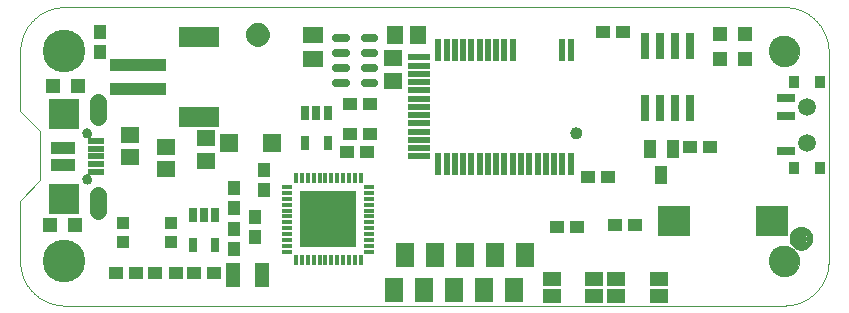
<source format=gts>
G75*
%MOIN*%
%OFA0B0*%
%FSLAX25Y25*%
%IPPOS*%
%LPD*%
%AMOC8*
5,1,8,0,0,1.08239X$1,22.5*
%
%ADD10C,0.00000*%
%ADD11C,0.10243*%
%ADD12R,0.06306X0.05282*%
%ADD13R,0.04337X0.04731*%
%ADD14R,0.05124X0.05124*%
%ADD15R,0.04731X0.04337*%
%ADD16C,0.04337*%
%ADD17C,0.01969*%
%ADD18R,0.04337X0.04337*%
%ADD19C,0.14243*%
%ADD20C,0.03156*%
%ADD21R,0.10243X0.10243*%
%ADD22C,0.05550*%
%ADD23R,0.08274X0.04337*%
%ADD24R,0.05709X0.01969*%
%ADD25R,0.02565X0.05124*%
%ADD26R,0.05912X0.05912*%
%ADD27R,0.18510X0.04337*%
%ADD28R,0.13786X0.06699*%
%ADD29R,0.03353X0.01384*%
%ADD30R,0.01384X0.03353*%
%ADD31R,0.18904X0.18904*%
%ADD32R,0.04731X0.07880*%
%ADD33R,0.05282X0.06306*%
%ADD34R,0.02172X0.07683*%
%ADD35R,0.07683X0.02172*%
%ADD36C,0.03943*%
%ADD37C,0.02565*%
%ADD38R,0.06699X0.05518*%
%ADD39R,0.04337X0.05912*%
%ADD40R,0.11069X0.09888*%
%ADD41R,0.02762X0.09061*%
%ADD42R,0.05912X0.04534*%
%ADD43R,0.06306X0.03156*%
%ADD44R,0.03550X0.04337*%
%ADD45C,0.05943*%
%ADD46R,0.06306X0.08274*%
D10*
X0059095Y0057209D02*
X0299095Y0057209D01*
X0299451Y0057213D01*
X0299806Y0057226D01*
X0300162Y0057248D01*
X0300516Y0057278D01*
X0300870Y0057316D01*
X0301222Y0057364D01*
X0301574Y0057419D01*
X0301924Y0057483D01*
X0302272Y0057556D01*
X0302619Y0057637D01*
X0302963Y0057726D01*
X0303305Y0057824D01*
X0303645Y0057930D01*
X0303982Y0058044D01*
X0304316Y0058166D01*
X0304647Y0058296D01*
X0304975Y0058434D01*
X0305300Y0058580D01*
X0305621Y0058734D01*
X0305938Y0058896D01*
X0306251Y0059065D01*
X0306559Y0059241D01*
X0306864Y0059425D01*
X0307164Y0059617D01*
X0307459Y0059815D01*
X0307750Y0060021D01*
X0308035Y0060234D01*
X0308315Y0060453D01*
X0308590Y0060679D01*
X0308859Y0060912D01*
X0309122Y0061151D01*
X0309380Y0061397D01*
X0309631Y0061648D01*
X0309877Y0061906D01*
X0310116Y0062169D01*
X0310349Y0062438D01*
X0310575Y0062713D01*
X0310794Y0062993D01*
X0311007Y0063278D01*
X0311213Y0063569D01*
X0311411Y0063864D01*
X0311603Y0064164D01*
X0311787Y0064469D01*
X0311963Y0064777D01*
X0312132Y0065090D01*
X0312294Y0065407D01*
X0312448Y0065728D01*
X0312594Y0066053D01*
X0312732Y0066381D01*
X0312862Y0066712D01*
X0312984Y0067046D01*
X0313098Y0067383D01*
X0313204Y0067723D01*
X0313302Y0068065D01*
X0313391Y0068409D01*
X0313472Y0068756D01*
X0313545Y0069104D01*
X0313609Y0069454D01*
X0313664Y0069806D01*
X0313712Y0070158D01*
X0313750Y0070512D01*
X0313780Y0070866D01*
X0313802Y0071222D01*
X0313815Y0071577D01*
X0313819Y0071933D01*
X0313820Y0071933D02*
X0313820Y0141933D01*
X0313819Y0141933D02*
X0313815Y0142289D01*
X0313802Y0142644D01*
X0313780Y0143000D01*
X0313750Y0143354D01*
X0313712Y0143708D01*
X0313664Y0144060D01*
X0313609Y0144412D01*
X0313545Y0144762D01*
X0313472Y0145110D01*
X0313391Y0145457D01*
X0313302Y0145801D01*
X0313204Y0146143D01*
X0313098Y0146483D01*
X0312984Y0146820D01*
X0312862Y0147154D01*
X0312732Y0147485D01*
X0312594Y0147813D01*
X0312448Y0148138D01*
X0312294Y0148459D01*
X0312132Y0148776D01*
X0311963Y0149089D01*
X0311787Y0149397D01*
X0311603Y0149702D01*
X0311411Y0150002D01*
X0311213Y0150297D01*
X0311007Y0150588D01*
X0310794Y0150873D01*
X0310575Y0151153D01*
X0310349Y0151428D01*
X0310116Y0151697D01*
X0309877Y0151960D01*
X0309631Y0152218D01*
X0309380Y0152469D01*
X0309122Y0152715D01*
X0308859Y0152954D01*
X0308590Y0153187D01*
X0308315Y0153413D01*
X0308035Y0153632D01*
X0307750Y0153845D01*
X0307459Y0154051D01*
X0307164Y0154249D01*
X0306864Y0154441D01*
X0306559Y0154625D01*
X0306251Y0154801D01*
X0305938Y0154970D01*
X0305621Y0155132D01*
X0305300Y0155286D01*
X0304975Y0155432D01*
X0304647Y0155570D01*
X0304316Y0155700D01*
X0303982Y0155822D01*
X0303645Y0155936D01*
X0303305Y0156042D01*
X0302963Y0156140D01*
X0302619Y0156229D01*
X0302272Y0156310D01*
X0301924Y0156383D01*
X0301574Y0156447D01*
X0301222Y0156502D01*
X0300870Y0156550D01*
X0300516Y0156588D01*
X0300162Y0156618D01*
X0299806Y0156640D01*
X0299451Y0156653D01*
X0299095Y0156657D01*
X0059095Y0156657D01*
X0058739Y0156653D01*
X0058384Y0156640D01*
X0058028Y0156618D01*
X0057674Y0156588D01*
X0057320Y0156550D01*
X0056968Y0156502D01*
X0056616Y0156447D01*
X0056266Y0156383D01*
X0055918Y0156310D01*
X0055571Y0156229D01*
X0055227Y0156140D01*
X0054885Y0156042D01*
X0054545Y0155936D01*
X0054208Y0155822D01*
X0053874Y0155700D01*
X0053543Y0155570D01*
X0053215Y0155432D01*
X0052890Y0155286D01*
X0052569Y0155132D01*
X0052252Y0154970D01*
X0051939Y0154801D01*
X0051631Y0154625D01*
X0051326Y0154441D01*
X0051026Y0154249D01*
X0050731Y0154051D01*
X0050440Y0153845D01*
X0050155Y0153632D01*
X0049875Y0153413D01*
X0049600Y0153187D01*
X0049331Y0152954D01*
X0049068Y0152715D01*
X0048810Y0152469D01*
X0048559Y0152218D01*
X0048313Y0151960D01*
X0048074Y0151697D01*
X0047841Y0151428D01*
X0047615Y0151153D01*
X0047396Y0150873D01*
X0047183Y0150588D01*
X0046977Y0150297D01*
X0046779Y0150002D01*
X0046587Y0149702D01*
X0046403Y0149397D01*
X0046227Y0149089D01*
X0046058Y0148776D01*
X0045896Y0148459D01*
X0045742Y0148138D01*
X0045596Y0147813D01*
X0045458Y0147485D01*
X0045328Y0147154D01*
X0045206Y0146820D01*
X0045092Y0146483D01*
X0044986Y0146143D01*
X0044888Y0145801D01*
X0044799Y0145457D01*
X0044718Y0145110D01*
X0044645Y0144762D01*
X0044581Y0144412D01*
X0044526Y0144060D01*
X0044478Y0143708D01*
X0044440Y0143354D01*
X0044410Y0143000D01*
X0044388Y0142644D01*
X0044375Y0142289D01*
X0044371Y0141933D01*
X0044371Y0122157D01*
X0051095Y0115433D01*
X0051095Y0098933D01*
X0044371Y0092209D01*
X0044371Y0071933D01*
X0044375Y0071577D01*
X0044388Y0071222D01*
X0044410Y0070866D01*
X0044440Y0070512D01*
X0044478Y0070158D01*
X0044526Y0069806D01*
X0044581Y0069454D01*
X0044645Y0069104D01*
X0044718Y0068756D01*
X0044799Y0068409D01*
X0044888Y0068065D01*
X0044986Y0067723D01*
X0045092Y0067383D01*
X0045206Y0067046D01*
X0045328Y0066712D01*
X0045458Y0066381D01*
X0045596Y0066053D01*
X0045742Y0065728D01*
X0045896Y0065407D01*
X0046058Y0065090D01*
X0046227Y0064777D01*
X0046403Y0064469D01*
X0046587Y0064164D01*
X0046779Y0063864D01*
X0046977Y0063569D01*
X0047183Y0063278D01*
X0047396Y0062993D01*
X0047615Y0062713D01*
X0047841Y0062438D01*
X0048074Y0062169D01*
X0048313Y0061906D01*
X0048559Y0061648D01*
X0048810Y0061397D01*
X0049068Y0061151D01*
X0049331Y0060912D01*
X0049600Y0060679D01*
X0049875Y0060453D01*
X0050155Y0060234D01*
X0050440Y0060021D01*
X0050731Y0059815D01*
X0051026Y0059617D01*
X0051326Y0059425D01*
X0051631Y0059241D01*
X0051939Y0059065D01*
X0052252Y0058896D01*
X0052569Y0058734D01*
X0052890Y0058580D01*
X0053215Y0058434D01*
X0053543Y0058296D01*
X0053874Y0058166D01*
X0054208Y0058044D01*
X0054545Y0057930D01*
X0054885Y0057824D01*
X0055227Y0057726D01*
X0055571Y0057637D01*
X0055918Y0057556D01*
X0056266Y0057483D01*
X0056616Y0057419D01*
X0056968Y0057364D01*
X0057320Y0057316D01*
X0057674Y0057278D01*
X0058028Y0057248D01*
X0058384Y0057226D01*
X0058739Y0057213D01*
X0059095Y0057209D01*
X0057934Y0090988D02*
X0060296Y0090988D01*
X0060373Y0091000D01*
X0060449Y0091015D01*
X0060525Y0091034D01*
X0060599Y0091057D01*
X0060673Y0091083D01*
X0060744Y0091113D01*
X0060815Y0091147D01*
X0060883Y0091183D01*
X0060950Y0091224D01*
X0061015Y0091267D01*
X0061077Y0091313D01*
X0061138Y0091363D01*
X0061195Y0091415D01*
X0061250Y0091471D01*
X0061302Y0091528D01*
X0061352Y0091589D01*
X0061398Y0091651D01*
X0061441Y0091716D01*
X0061481Y0091783D01*
X0061518Y0091852D01*
X0061551Y0091922D01*
X0061581Y0091994D01*
X0061607Y0092068D01*
X0061629Y0092142D01*
X0061648Y0092218D01*
X0061663Y0092294D01*
X0061674Y0092371D01*
X0061682Y0092449D01*
X0061686Y0092527D01*
X0061685Y0092605D01*
X0061682Y0092682D01*
X0061674Y0092760D01*
X0061682Y0092838D01*
X0061685Y0092915D01*
X0061686Y0092993D01*
X0061682Y0093071D01*
X0061674Y0093149D01*
X0061663Y0093226D01*
X0061648Y0093302D01*
X0061629Y0093378D01*
X0061607Y0093452D01*
X0061581Y0093526D01*
X0061551Y0093598D01*
X0061518Y0093668D01*
X0061481Y0093737D01*
X0061441Y0093804D01*
X0061398Y0093869D01*
X0061352Y0093931D01*
X0061302Y0093992D01*
X0061250Y0094049D01*
X0061195Y0094105D01*
X0061138Y0094157D01*
X0061077Y0094207D01*
X0061015Y0094253D01*
X0060950Y0094296D01*
X0060883Y0094337D01*
X0060815Y0094373D01*
X0060744Y0094407D01*
X0060673Y0094437D01*
X0060599Y0094463D01*
X0060525Y0094486D01*
X0060449Y0094505D01*
X0060373Y0094520D01*
X0060296Y0094532D01*
X0060296Y0094531D02*
X0057934Y0094531D01*
X0057934Y0094532D02*
X0057857Y0094520D01*
X0057781Y0094505D01*
X0057705Y0094486D01*
X0057631Y0094463D01*
X0057557Y0094437D01*
X0057486Y0094407D01*
X0057415Y0094373D01*
X0057347Y0094337D01*
X0057280Y0094296D01*
X0057215Y0094253D01*
X0057153Y0094207D01*
X0057092Y0094157D01*
X0057035Y0094105D01*
X0056980Y0094049D01*
X0056928Y0093992D01*
X0056878Y0093931D01*
X0056832Y0093869D01*
X0056789Y0093804D01*
X0056749Y0093737D01*
X0056712Y0093668D01*
X0056679Y0093598D01*
X0056649Y0093526D01*
X0056623Y0093452D01*
X0056601Y0093378D01*
X0056582Y0093302D01*
X0056567Y0093226D01*
X0056556Y0093149D01*
X0056548Y0093071D01*
X0056544Y0092993D01*
X0056545Y0092915D01*
X0056548Y0092838D01*
X0056556Y0092760D01*
X0056548Y0092682D01*
X0056545Y0092605D01*
X0056544Y0092527D01*
X0056548Y0092449D01*
X0056556Y0092371D01*
X0056567Y0092294D01*
X0056582Y0092218D01*
X0056601Y0092142D01*
X0056623Y0092068D01*
X0056649Y0091994D01*
X0056679Y0091922D01*
X0056712Y0091852D01*
X0056749Y0091783D01*
X0056789Y0091716D01*
X0056832Y0091651D01*
X0056878Y0091589D01*
X0056928Y0091528D01*
X0056980Y0091471D01*
X0057035Y0091415D01*
X0057092Y0091363D01*
X0057153Y0091313D01*
X0057215Y0091267D01*
X0057280Y0091224D01*
X0057347Y0091183D01*
X0057415Y0091147D01*
X0057486Y0091113D01*
X0057557Y0091083D01*
X0057631Y0091057D01*
X0057705Y0091034D01*
X0057781Y0091015D01*
X0057857Y0091000D01*
X0057934Y0090988D01*
X0065217Y0099256D02*
X0065219Y0099330D01*
X0065225Y0099404D01*
X0065235Y0099477D01*
X0065249Y0099550D01*
X0065266Y0099622D01*
X0065288Y0099692D01*
X0065313Y0099762D01*
X0065342Y0099830D01*
X0065375Y0099896D01*
X0065411Y0099961D01*
X0065451Y0100023D01*
X0065493Y0100084D01*
X0065539Y0100142D01*
X0065588Y0100197D01*
X0065640Y0100250D01*
X0065695Y0100300D01*
X0065752Y0100346D01*
X0065812Y0100390D01*
X0065874Y0100430D01*
X0065938Y0100467D01*
X0066004Y0100501D01*
X0066072Y0100531D01*
X0066141Y0100557D01*
X0066212Y0100580D01*
X0066283Y0100598D01*
X0066356Y0100613D01*
X0066429Y0100624D01*
X0066503Y0100631D01*
X0066577Y0100634D01*
X0066650Y0100633D01*
X0066724Y0100628D01*
X0066798Y0100619D01*
X0066871Y0100606D01*
X0066943Y0100589D01*
X0067014Y0100569D01*
X0067084Y0100544D01*
X0067152Y0100516D01*
X0067219Y0100485D01*
X0067284Y0100449D01*
X0067347Y0100411D01*
X0067408Y0100369D01*
X0067467Y0100323D01*
X0067523Y0100275D01*
X0067576Y0100224D01*
X0067626Y0100170D01*
X0067674Y0100113D01*
X0067718Y0100054D01*
X0067760Y0099992D01*
X0067798Y0099929D01*
X0067832Y0099863D01*
X0067863Y0099796D01*
X0067890Y0099727D01*
X0067913Y0099657D01*
X0067933Y0099586D01*
X0067949Y0099513D01*
X0067961Y0099440D01*
X0067969Y0099367D01*
X0067973Y0099293D01*
X0067973Y0099219D01*
X0067969Y0099145D01*
X0067961Y0099072D01*
X0067949Y0098999D01*
X0067933Y0098926D01*
X0067913Y0098855D01*
X0067890Y0098785D01*
X0067863Y0098716D01*
X0067832Y0098649D01*
X0067798Y0098583D01*
X0067760Y0098520D01*
X0067718Y0098458D01*
X0067674Y0098399D01*
X0067626Y0098342D01*
X0067576Y0098288D01*
X0067523Y0098237D01*
X0067467Y0098189D01*
X0067408Y0098143D01*
X0067347Y0098101D01*
X0067284Y0098063D01*
X0067219Y0098027D01*
X0067152Y0097996D01*
X0067084Y0097968D01*
X0067014Y0097943D01*
X0066943Y0097923D01*
X0066871Y0097906D01*
X0066798Y0097893D01*
X0066724Y0097884D01*
X0066650Y0097879D01*
X0066577Y0097878D01*
X0066503Y0097881D01*
X0066429Y0097888D01*
X0066356Y0097899D01*
X0066283Y0097914D01*
X0066212Y0097932D01*
X0066141Y0097955D01*
X0066072Y0097981D01*
X0066004Y0098011D01*
X0065938Y0098045D01*
X0065874Y0098082D01*
X0065812Y0098122D01*
X0065752Y0098166D01*
X0065695Y0098212D01*
X0065640Y0098262D01*
X0065588Y0098315D01*
X0065539Y0098370D01*
X0065493Y0098428D01*
X0065451Y0098489D01*
X0065411Y0098551D01*
X0065375Y0098616D01*
X0065342Y0098682D01*
X0065313Y0098750D01*
X0065288Y0098820D01*
X0065266Y0098890D01*
X0065249Y0098962D01*
X0065235Y0099035D01*
X0065225Y0099108D01*
X0065219Y0099182D01*
X0065217Y0099256D01*
X0065217Y0114610D02*
X0065219Y0114684D01*
X0065225Y0114758D01*
X0065235Y0114831D01*
X0065249Y0114904D01*
X0065266Y0114976D01*
X0065288Y0115046D01*
X0065313Y0115116D01*
X0065342Y0115184D01*
X0065375Y0115250D01*
X0065411Y0115315D01*
X0065451Y0115377D01*
X0065493Y0115438D01*
X0065539Y0115496D01*
X0065588Y0115551D01*
X0065640Y0115604D01*
X0065695Y0115654D01*
X0065752Y0115700D01*
X0065812Y0115744D01*
X0065874Y0115784D01*
X0065938Y0115821D01*
X0066004Y0115855D01*
X0066072Y0115885D01*
X0066141Y0115911D01*
X0066212Y0115934D01*
X0066283Y0115952D01*
X0066356Y0115967D01*
X0066429Y0115978D01*
X0066503Y0115985D01*
X0066577Y0115988D01*
X0066650Y0115987D01*
X0066724Y0115982D01*
X0066798Y0115973D01*
X0066871Y0115960D01*
X0066943Y0115943D01*
X0067014Y0115923D01*
X0067084Y0115898D01*
X0067152Y0115870D01*
X0067219Y0115839D01*
X0067284Y0115803D01*
X0067347Y0115765D01*
X0067408Y0115723D01*
X0067467Y0115677D01*
X0067523Y0115629D01*
X0067576Y0115578D01*
X0067626Y0115524D01*
X0067674Y0115467D01*
X0067718Y0115408D01*
X0067760Y0115346D01*
X0067798Y0115283D01*
X0067832Y0115217D01*
X0067863Y0115150D01*
X0067890Y0115081D01*
X0067913Y0115011D01*
X0067933Y0114940D01*
X0067949Y0114867D01*
X0067961Y0114794D01*
X0067969Y0114721D01*
X0067973Y0114647D01*
X0067973Y0114573D01*
X0067969Y0114499D01*
X0067961Y0114426D01*
X0067949Y0114353D01*
X0067933Y0114280D01*
X0067913Y0114209D01*
X0067890Y0114139D01*
X0067863Y0114070D01*
X0067832Y0114003D01*
X0067798Y0113937D01*
X0067760Y0113874D01*
X0067718Y0113812D01*
X0067674Y0113753D01*
X0067626Y0113696D01*
X0067576Y0113642D01*
X0067523Y0113591D01*
X0067467Y0113543D01*
X0067408Y0113497D01*
X0067347Y0113455D01*
X0067284Y0113417D01*
X0067219Y0113381D01*
X0067152Y0113350D01*
X0067084Y0113322D01*
X0067014Y0113297D01*
X0066943Y0113277D01*
X0066871Y0113260D01*
X0066798Y0113247D01*
X0066724Y0113238D01*
X0066650Y0113233D01*
X0066577Y0113232D01*
X0066503Y0113235D01*
X0066429Y0113242D01*
X0066356Y0113253D01*
X0066283Y0113268D01*
X0066212Y0113286D01*
X0066141Y0113309D01*
X0066072Y0113335D01*
X0066004Y0113365D01*
X0065938Y0113399D01*
X0065874Y0113436D01*
X0065812Y0113476D01*
X0065752Y0113520D01*
X0065695Y0113566D01*
X0065640Y0113616D01*
X0065588Y0113669D01*
X0065539Y0113724D01*
X0065493Y0113782D01*
X0065451Y0113843D01*
X0065411Y0113905D01*
X0065375Y0113970D01*
X0065342Y0114036D01*
X0065313Y0114104D01*
X0065288Y0114174D01*
X0065266Y0114244D01*
X0065249Y0114316D01*
X0065235Y0114389D01*
X0065225Y0114462D01*
X0065219Y0114536D01*
X0065217Y0114610D01*
X0060296Y0119335D02*
X0058131Y0119335D01*
X0058130Y0119334D02*
X0058056Y0119331D01*
X0057981Y0119332D01*
X0057906Y0119336D01*
X0057831Y0119345D01*
X0057757Y0119357D01*
X0057684Y0119373D01*
X0057611Y0119392D01*
X0057540Y0119415D01*
X0057470Y0119442D01*
X0057401Y0119472D01*
X0057334Y0119506D01*
X0057269Y0119543D01*
X0057206Y0119583D01*
X0057145Y0119626D01*
X0057086Y0119673D01*
X0057030Y0119722D01*
X0056976Y0119774D01*
X0056925Y0119829D01*
X0056876Y0119887D01*
X0056831Y0119946D01*
X0056789Y0120008D01*
X0056750Y0120072D01*
X0056714Y0120138D01*
X0056681Y0120206D01*
X0056652Y0120275D01*
X0056627Y0120346D01*
X0056605Y0120417D01*
X0056587Y0120490D01*
X0056573Y0120564D01*
X0056562Y0120638D01*
X0056555Y0120713D01*
X0056556Y0120713D02*
X0056556Y0121500D01*
X0056555Y0121500D02*
X0056562Y0121575D01*
X0056573Y0121649D01*
X0056587Y0121723D01*
X0056605Y0121796D01*
X0056627Y0121867D01*
X0056652Y0121938D01*
X0056681Y0122007D01*
X0056714Y0122075D01*
X0056750Y0122141D01*
X0056789Y0122205D01*
X0056831Y0122267D01*
X0056876Y0122326D01*
X0056925Y0122384D01*
X0056976Y0122439D01*
X0057030Y0122491D01*
X0057086Y0122540D01*
X0057145Y0122587D01*
X0057206Y0122630D01*
X0057269Y0122670D01*
X0057334Y0122707D01*
X0057401Y0122741D01*
X0057470Y0122771D01*
X0057540Y0122798D01*
X0057611Y0122821D01*
X0057684Y0122840D01*
X0057757Y0122856D01*
X0057831Y0122868D01*
X0057906Y0122877D01*
X0057981Y0122881D01*
X0058056Y0122882D01*
X0058130Y0122879D01*
X0058131Y0122878D02*
X0060296Y0122878D01*
X0060368Y0122876D01*
X0060440Y0122870D01*
X0060512Y0122861D01*
X0060583Y0122848D01*
X0060653Y0122831D01*
X0060722Y0122811D01*
X0060790Y0122786D01*
X0060856Y0122759D01*
X0060922Y0122728D01*
X0060985Y0122693D01*
X0061047Y0122656D01*
X0061106Y0122615D01*
X0061163Y0122571D01*
X0061218Y0122524D01*
X0061270Y0122474D01*
X0061320Y0122422D01*
X0061367Y0122367D01*
X0061411Y0122310D01*
X0061452Y0122251D01*
X0061489Y0122189D01*
X0061524Y0122126D01*
X0061555Y0122060D01*
X0061582Y0121994D01*
X0061607Y0121926D01*
X0061627Y0121857D01*
X0061644Y0121787D01*
X0061657Y0121716D01*
X0061666Y0121644D01*
X0061672Y0121572D01*
X0061674Y0121500D01*
X0061674Y0120713D01*
X0061672Y0120641D01*
X0061666Y0120569D01*
X0061657Y0120497D01*
X0061644Y0120426D01*
X0061627Y0120356D01*
X0061607Y0120287D01*
X0061582Y0120219D01*
X0061555Y0120153D01*
X0061524Y0120087D01*
X0061489Y0120024D01*
X0061452Y0119962D01*
X0061411Y0119903D01*
X0061367Y0119846D01*
X0061320Y0119791D01*
X0061270Y0119739D01*
X0061218Y0119689D01*
X0061163Y0119642D01*
X0061106Y0119598D01*
X0061047Y0119557D01*
X0060985Y0119520D01*
X0060922Y0119485D01*
X0060856Y0119454D01*
X0060790Y0119427D01*
X0060722Y0119402D01*
X0060653Y0119382D01*
X0060583Y0119365D01*
X0060512Y0119352D01*
X0060440Y0119343D01*
X0060368Y0119337D01*
X0060296Y0119335D01*
X0227843Y0114772D02*
X0227845Y0114856D01*
X0227851Y0114939D01*
X0227861Y0115022D01*
X0227875Y0115105D01*
X0227892Y0115187D01*
X0227914Y0115268D01*
X0227939Y0115347D01*
X0227968Y0115426D01*
X0228001Y0115503D01*
X0228037Y0115578D01*
X0228077Y0115652D01*
X0228120Y0115724D01*
X0228167Y0115793D01*
X0228217Y0115860D01*
X0228270Y0115925D01*
X0228326Y0115987D01*
X0228384Y0116047D01*
X0228446Y0116104D01*
X0228510Y0116157D01*
X0228577Y0116208D01*
X0228646Y0116255D01*
X0228717Y0116300D01*
X0228790Y0116340D01*
X0228865Y0116377D01*
X0228942Y0116411D01*
X0229020Y0116441D01*
X0229099Y0116467D01*
X0229180Y0116490D01*
X0229262Y0116508D01*
X0229344Y0116523D01*
X0229427Y0116534D01*
X0229510Y0116541D01*
X0229594Y0116544D01*
X0229678Y0116543D01*
X0229761Y0116538D01*
X0229845Y0116529D01*
X0229927Y0116516D01*
X0230009Y0116500D01*
X0230090Y0116479D01*
X0230171Y0116455D01*
X0230249Y0116427D01*
X0230327Y0116395D01*
X0230403Y0116359D01*
X0230477Y0116320D01*
X0230549Y0116278D01*
X0230619Y0116232D01*
X0230687Y0116183D01*
X0230752Y0116131D01*
X0230815Y0116076D01*
X0230875Y0116018D01*
X0230933Y0115957D01*
X0230987Y0115893D01*
X0231039Y0115827D01*
X0231087Y0115759D01*
X0231132Y0115688D01*
X0231173Y0115615D01*
X0231212Y0115541D01*
X0231246Y0115465D01*
X0231277Y0115387D01*
X0231304Y0115308D01*
X0231328Y0115227D01*
X0231347Y0115146D01*
X0231363Y0115064D01*
X0231375Y0114981D01*
X0231383Y0114897D01*
X0231387Y0114814D01*
X0231387Y0114730D01*
X0231383Y0114647D01*
X0231375Y0114563D01*
X0231363Y0114480D01*
X0231347Y0114398D01*
X0231328Y0114317D01*
X0231304Y0114236D01*
X0231277Y0114157D01*
X0231246Y0114079D01*
X0231212Y0114003D01*
X0231173Y0113929D01*
X0231132Y0113856D01*
X0231087Y0113785D01*
X0231039Y0113717D01*
X0230987Y0113651D01*
X0230933Y0113587D01*
X0230875Y0113526D01*
X0230815Y0113468D01*
X0230752Y0113413D01*
X0230687Y0113361D01*
X0230619Y0113312D01*
X0230549Y0113266D01*
X0230477Y0113224D01*
X0230403Y0113185D01*
X0230327Y0113149D01*
X0230249Y0113117D01*
X0230171Y0113089D01*
X0230090Y0113065D01*
X0230009Y0113044D01*
X0229927Y0113028D01*
X0229845Y0113015D01*
X0229761Y0113006D01*
X0229678Y0113001D01*
X0229594Y0113000D01*
X0229510Y0113003D01*
X0229427Y0113010D01*
X0229344Y0113021D01*
X0229262Y0113036D01*
X0229180Y0113054D01*
X0229099Y0113077D01*
X0229020Y0113103D01*
X0228942Y0113133D01*
X0228865Y0113167D01*
X0228790Y0113204D01*
X0228717Y0113244D01*
X0228646Y0113289D01*
X0228577Y0113336D01*
X0228510Y0113387D01*
X0228446Y0113440D01*
X0228384Y0113497D01*
X0228326Y0113557D01*
X0228270Y0113619D01*
X0228217Y0113684D01*
X0228167Y0113751D01*
X0228120Y0113820D01*
X0228077Y0113892D01*
X0228037Y0113966D01*
X0228001Y0114041D01*
X0227968Y0114118D01*
X0227939Y0114197D01*
X0227914Y0114276D01*
X0227892Y0114357D01*
X0227875Y0114439D01*
X0227861Y0114522D01*
X0227851Y0114605D01*
X0227845Y0114688D01*
X0227843Y0114772D01*
X0294174Y0141933D02*
X0294176Y0142073D01*
X0294182Y0142213D01*
X0294192Y0142352D01*
X0294206Y0142491D01*
X0294224Y0142630D01*
X0294245Y0142768D01*
X0294271Y0142906D01*
X0294301Y0143043D01*
X0294334Y0143178D01*
X0294372Y0143313D01*
X0294413Y0143447D01*
X0294458Y0143580D01*
X0294506Y0143711D01*
X0294559Y0143840D01*
X0294615Y0143969D01*
X0294674Y0144095D01*
X0294738Y0144220D01*
X0294804Y0144343D01*
X0294875Y0144464D01*
X0294948Y0144583D01*
X0295025Y0144700D01*
X0295106Y0144814D01*
X0295189Y0144926D01*
X0295276Y0145036D01*
X0295366Y0145144D01*
X0295458Y0145248D01*
X0295554Y0145350D01*
X0295653Y0145450D01*
X0295754Y0145546D01*
X0295858Y0145640D01*
X0295965Y0145730D01*
X0296074Y0145817D01*
X0296186Y0145902D01*
X0296300Y0145983D01*
X0296416Y0146061D01*
X0296534Y0146135D01*
X0296655Y0146206D01*
X0296777Y0146274D01*
X0296902Y0146338D01*
X0297028Y0146399D01*
X0297155Y0146456D01*
X0297285Y0146509D01*
X0297416Y0146559D01*
X0297548Y0146604D01*
X0297681Y0146647D01*
X0297816Y0146685D01*
X0297951Y0146719D01*
X0298088Y0146750D01*
X0298225Y0146777D01*
X0298363Y0146799D01*
X0298502Y0146818D01*
X0298641Y0146833D01*
X0298780Y0146844D01*
X0298920Y0146851D01*
X0299060Y0146854D01*
X0299200Y0146853D01*
X0299340Y0146848D01*
X0299479Y0146839D01*
X0299619Y0146826D01*
X0299758Y0146809D01*
X0299896Y0146788D01*
X0300034Y0146764D01*
X0300171Y0146735D01*
X0300307Y0146703D01*
X0300442Y0146666D01*
X0300576Y0146626D01*
X0300709Y0146582D01*
X0300840Y0146534D01*
X0300970Y0146483D01*
X0301099Y0146428D01*
X0301226Y0146369D01*
X0301351Y0146306D01*
X0301474Y0146241D01*
X0301596Y0146171D01*
X0301715Y0146098D01*
X0301833Y0146022D01*
X0301948Y0145943D01*
X0302061Y0145860D01*
X0302171Y0145774D01*
X0302279Y0145685D01*
X0302384Y0145593D01*
X0302487Y0145498D01*
X0302587Y0145400D01*
X0302684Y0145300D01*
X0302778Y0145196D01*
X0302870Y0145090D01*
X0302958Y0144982D01*
X0303043Y0144871D01*
X0303125Y0144757D01*
X0303204Y0144641D01*
X0303279Y0144524D01*
X0303351Y0144404D01*
X0303419Y0144282D01*
X0303484Y0144158D01*
X0303546Y0144032D01*
X0303604Y0143905D01*
X0303658Y0143776D01*
X0303709Y0143645D01*
X0303755Y0143513D01*
X0303798Y0143380D01*
X0303838Y0143246D01*
X0303873Y0143111D01*
X0303905Y0142974D01*
X0303932Y0142837D01*
X0303956Y0142699D01*
X0303976Y0142561D01*
X0303992Y0142422D01*
X0304004Y0142282D01*
X0304012Y0142143D01*
X0304016Y0142003D01*
X0304016Y0141863D01*
X0304012Y0141723D01*
X0304004Y0141584D01*
X0303992Y0141444D01*
X0303976Y0141305D01*
X0303956Y0141167D01*
X0303932Y0141029D01*
X0303905Y0140892D01*
X0303873Y0140755D01*
X0303838Y0140620D01*
X0303798Y0140486D01*
X0303755Y0140353D01*
X0303709Y0140221D01*
X0303658Y0140090D01*
X0303604Y0139961D01*
X0303546Y0139834D01*
X0303484Y0139708D01*
X0303419Y0139584D01*
X0303351Y0139462D01*
X0303279Y0139342D01*
X0303204Y0139225D01*
X0303125Y0139109D01*
X0303043Y0138995D01*
X0302958Y0138884D01*
X0302870Y0138776D01*
X0302778Y0138670D01*
X0302684Y0138566D01*
X0302587Y0138466D01*
X0302487Y0138368D01*
X0302384Y0138273D01*
X0302279Y0138181D01*
X0302171Y0138092D01*
X0302061Y0138006D01*
X0301948Y0137923D01*
X0301833Y0137844D01*
X0301715Y0137768D01*
X0301596Y0137695D01*
X0301474Y0137625D01*
X0301351Y0137560D01*
X0301226Y0137497D01*
X0301099Y0137438D01*
X0300970Y0137383D01*
X0300840Y0137332D01*
X0300709Y0137284D01*
X0300576Y0137240D01*
X0300442Y0137200D01*
X0300307Y0137163D01*
X0300171Y0137131D01*
X0300034Y0137102D01*
X0299896Y0137078D01*
X0299758Y0137057D01*
X0299619Y0137040D01*
X0299479Y0137027D01*
X0299340Y0137018D01*
X0299200Y0137013D01*
X0299060Y0137012D01*
X0298920Y0137015D01*
X0298780Y0137022D01*
X0298641Y0137033D01*
X0298502Y0137048D01*
X0298363Y0137067D01*
X0298225Y0137089D01*
X0298088Y0137116D01*
X0297951Y0137147D01*
X0297816Y0137181D01*
X0297681Y0137219D01*
X0297548Y0137262D01*
X0297416Y0137307D01*
X0297285Y0137357D01*
X0297155Y0137410D01*
X0297028Y0137467D01*
X0296902Y0137528D01*
X0296777Y0137592D01*
X0296655Y0137660D01*
X0296534Y0137731D01*
X0296416Y0137805D01*
X0296300Y0137883D01*
X0296186Y0137964D01*
X0296074Y0138049D01*
X0295965Y0138136D01*
X0295858Y0138226D01*
X0295754Y0138320D01*
X0295653Y0138416D01*
X0295554Y0138516D01*
X0295458Y0138618D01*
X0295366Y0138722D01*
X0295276Y0138830D01*
X0295189Y0138940D01*
X0295106Y0139052D01*
X0295025Y0139166D01*
X0294948Y0139283D01*
X0294875Y0139402D01*
X0294804Y0139523D01*
X0294738Y0139646D01*
X0294674Y0139771D01*
X0294615Y0139897D01*
X0294559Y0140026D01*
X0294506Y0140155D01*
X0294458Y0140286D01*
X0294413Y0140419D01*
X0294372Y0140553D01*
X0294334Y0140688D01*
X0294301Y0140823D01*
X0294271Y0140960D01*
X0294245Y0141098D01*
X0294224Y0141236D01*
X0294206Y0141375D01*
X0294192Y0141514D01*
X0294182Y0141653D01*
X0294176Y0141793D01*
X0294174Y0141933D01*
X0294174Y0071933D02*
X0294176Y0072073D01*
X0294182Y0072213D01*
X0294192Y0072352D01*
X0294206Y0072491D01*
X0294224Y0072630D01*
X0294245Y0072768D01*
X0294271Y0072906D01*
X0294301Y0073043D01*
X0294334Y0073178D01*
X0294372Y0073313D01*
X0294413Y0073447D01*
X0294458Y0073580D01*
X0294506Y0073711D01*
X0294559Y0073840D01*
X0294615Y0073969D01*
X0294674Y0074095D01*
X0294738Y0074220D01*
X0294804Y0074343D01*
X0294875Y0074464D01*
X0294948Y0074583D01*
X0295025Y0074700D01*
X0295106Y0074814D01*
X0295189Y0074926D01*
X0295276Y0075036D01*
X0295366Y0075144D01*
X0295458Y0075248D01*
X0295554Y0075350D01*
X0295653Y0075450D01*
X0295754Y0075546D01*
X0295858Y0075640D01*
X0295965Y0075730D01*
X0296074Y0075817D01*
X0296186Y0075902D01*
X0296300Y0075983D01*
X0296416Y0076061D01*
X0296534Y0076135D01*
X0296655Y0076206D01*
X0296777Y0076274D01*
X0296902Y0076338D01*
X0297028Y0076399D01*
X0297155Y0076456D01*
X0297285Y0076509D01*
X0297416Y0076559D01*
X0297548Y0076604D01*
X0297681Y0076647D01*
X0297816Y0076685D01*
X0297951Y0076719D01*
X0298088Y0076750D01*
X0298225Y0076777D01*
X0298363Y0076799D01*
X0298502Y0076818D01*
X0298641Y0076833D01*
X0298780Y0076844D01*
X0298920Y0076851D01*
X0299060Y0076854D01*
X0299200Y0076853D01*
X0299340Y0076848D01*
X0299479Y0076839D01*
X0299619Y0076826D01*
X0299758Y0076809D01*
X0299896Y0076788D01*
X0300034Y0076764D01*
X0300171Y0076735D01*
X0300307Y0076703D01*
X0300442Y0076666D01*
X0300576Y0076626D01*
X0300709Y0076582D01*
X0300840Y0076534D01*
X0300970Y0076483D01*
X0301099Y0076428D01*
X0301226Y0076369D01*
X0301351Y0076306D01*
X0301474Y0076241D01*
X0301596Y0076171D01*
X0301715Y0076098D01*
X0301833Y0076022D01*
X0301948Y0075943D01*
X0302061Y0075860D01*
X0302171Y0075774D01*
X0302279Y0075685D01*
X0302384Y0075593D01*
X0302487Y0075498D01*
X0302587Y0075400D01*
X0302684Y0075300D01*
X0302778Y0075196D01*
X0302870Y0075090D01*
X0302958Y0074982D01*
X0303043Y0074871D01*
X0303125Y0074757D01*
X0303204Y0074641D01*
X0303279Y0074524D01*
X0303351Y0074404D01*
X0303419Y0074282D01*
X0303484Y0074158D01*
X0303546Y0074032D01*
X0303604Y0073905D01*
X0303658Y0073776D01*
X0303709Y0073645D01*
X0303755Y0073513D01*
X0303798Y0073380D01*
X0303838Y0073246D01*
X0303873Y0073111D01*
X0303905Y0072974D01*
X0303932Y0072837D01*
X0303956Y0072699D01*
X0303976Y0072561D01*
X0303992Y0072422D01*
X0304004Y0072282D01*
X0304012Y0072143D01*
X0304016Y0072003D01*
X0304016Y0071863D01*
X0304012Y0071723D01*
X0304004Y0071584D01*
X0303992Y0071444D01*
X0303976Y0071305D01*
X0303956Y0071167D01*
X0303932Y0071029D01*
X0303905Y0070892D01*
X0303873Y0070755D01*
X0303838Y0070620D01*
X0303798Y0070486D01*
X0303755Y0070353D01*
X0303709Y0070221D01*
X0303658Y0070090D01*
X0303604Y0069961D01*
X0303546Y0069834D01*
X0303484Y0069708D01*
X0303419Y0069584D01*
X0303351Y0069462D01*
X0303279Y0069342D01*
X0303204Y0069225D01*
X0303125Y0069109D01*
X0303043Y0068995D01*
X0302958Y0068884D01*
X0302870Y0068776D01*
X0302778Y0068670D01*
X0302684Y0068566D01*
X0302587Y0068466D01*
X0302487Y0068368D01*
X0302384Y0068273D01*
X0302279Y0068181D01*
X0302171Y0068092D01*
X0302061Y0068006D01*
X0301948Y0067923D01*
X0301833Y0067844D01*
X0301715Y0067768D01*
X0301596Y0067695D01*
X0301474Y0067625D01*
X0301351Y0067560D01*
X0301226Y0067497D01*
X0301099Y0067438D01*
X0300970Y0067383D01*
X0300840Y0067332D01*
X0300709Y0067284D01*
X0300576Y0067240D01*
X0300442Y0067200D01*
X0300307Y0067163D01*
X0300171Y0067131D01*
X0300034Y0067102D01*
X0299896Y0067078D01*
X0299758Y0067057D01*
X0299619Y0067040D01*
X0299479Y0067027D01*
X0299340Y0067018D01*
X0299200Y0067013D01*
X0299060Y0067012D01*
X0298920Y0067015D01*
X0298780Y0067022D01*
X0298641Y0067033D01*
X0298502Y0067048D01*
X0298363Y0067067D01*
X0298225Y0067089D01*
X0298088Y0067116D01*
X0297951Y0067147D01*
X0297816Y0067181D01*
X0297681Y0067219D01*
X0297548Y0067262D01*
X0297416Y0067307D01*
X0297285Y0067357D01*
X0297155Y0067410D01*
X0297028Y0067467D01*
X0296902Y0067528D01*
X0296777Y0067592D01*
X0296655Y0067660D01*
X0296534Y0067731D01*
X0296416Y0067805D01*
X0296300Y0067883D01*
X0296186Y0067964D01*
X0296074Y0068049D01*
X0295965Y0068136D01*
X0295858Y0068226D01*
X0295754Y0068320D01*
X0295653Y0068416D01*
X0295554Y0068516D01*
X0295458Y0068618D01*
X0295366Y0068722D01*
X0295276Y0068830D01*
X0295189Y0068940D01*
X0295106Y0069052D01*
X0295025Y0069166D01*
X0294948Y0069283D01*
X0294875Y0069402D01*
X0294804Y0069523D01*
X0294738Y0069646D01*
X0294674Y0069771D01*
X0294615Y0069897D01*
X0294559Y0070026D01*
X0294506Y0070155D01*
X0294458Y0070286D01*
X0294413Y0070419D01*
X0294372Y0070553D01*
X0294334Y0070688D01*
X0294301Y0070823D01*
X0294271Y0070960D01*
X0294245Y0071098D01*
X0294224Y0071236D01*
X0294206Y0071375D01*
X0294192Y0071514D01*
X0294182Y0071653D01*
X0294176Y0071793D01*
X0294174Y0071933D01*
D11*
X0299095Y0071933D03*
X0299095Y0141933D03*
D12*
X0168595Y0139673D03*
X0168595Y0132193D03*
X0106154Y0112937D03*
X0093095Y0110173D03*
X0106154Y0105457D03*
X0093095Y0102693D03*
X0080938Y0106713D03*
X0080938Y0114193D03*
D13*
X0115662Y0096480D03*
X0125595Y0095587D03*
X0115662Y0089787D03*
X0122595Y0086780D03*
X0115595Y0082780D03*
X0122595Y0080087D03*
X0115595Y0076087D03*
X0125595Y0102280D03*
X0071095Y0141587D03*
X0071095Y0148280D03*
D14*
X0063642Y0130276D03*
X0055375Y0130276D03*
X0054461Y0083933D03*
X0062729Y0083933D03*
X0277595Y0139299D03*
X0286095Y0139299D03*
X0286095Y0147567D03*
X0277595Y0147567D03*
D15*
X0245442Y0148433D03*
X0238749Y0148433D03*
X0267749Y0109933D03*
X0274442Y0109933D03*
X0240442Y0099933D03*
X0233749Y0099933D03*
X0229942Y0083433D03*
X0223249Y0083433D03*
X0242749Y0083933D03*
X0249442Y0083933D03*
X0159942Y0108433D03*
X0153249Y0108433D03*
X0154249Y0114433D03*
X0160942Y0114433D03*
X0160942Y0124433D03*
X0154249Y0124433D03*
X0108942Y0067933D03*
X0102249Y0067933D03*
X0096142Y0068038D03*
X0089449Y0068038D03*
X0082942Y0067933D03*
X0076249Y0067933D03*
D16*
X0123595Y0147433D03*
X0304781Y0079461D03*
D17*
X0304781Y0082414D02*
X0304673Y0082412D01*
X0304565Y0082406D01*
X0304458Y0082396D01*
X0304351Y0082383D01*
X0304245Y0082365D01*
X0304139Y0082343D01*
X0304034Y0082318D01*
X0303930Y0082289D01*
X0303828Y0082256D01*
X0303726Y0082219D01*
X0303626Y0082179D01*
X0303528Y0082135D01*
X0303431Y0082087D01*
X0303336Y0082036D01*
X0303243Y0081982D01*
X0303152Y0081924D01*
X0303063Y0081863D01*
X0302976Y0081798D01*
X0302892Y0081731D01*
X0302810Y0081660D01*
X0302731Y0081587D01*
X0302655Y0081511D01*
X0302582Y0081432D01*
X0302511Y0081350D01*
X0302444Y0081266D01*
X0302379Y0081179D01*
X0302318Y0081090D01*
X0302260Y0080999D01*
X0302206Y0080906D01*
X0302155Y0080811D01*
X0302107Y0080714D01*
X0302063Y0080616D01*
X0302023Y0080516D01*
X0301986Y0080414D01*
X0301953Y0080312D01*
X0301924Y0080208D01*
X0301899Y0080103D01*
X0301877Y0079997D01*
X0301859Y0079891D01*
X0301846Y0079784D01*
X0301836Y0079677D01*
X0301830Y0079569D01*
X0301828Y0079461D01*
X0301830Y0079353D01*
X0301836Y0079245D01*
X0301846Y0079138D01*
X0301859Y0079031D01*
X0301877Y0078925D01*
X0301899Y0078819D01*
X0301924Y0078714D01*
X0301953Y0078610D01*
X0301986Y0078508D01*
X0302023Y0078406D01*
X0302063Y0078306D01*
X0302107Y0078208D01*
X0302155Y0078111D01*
X0302206Y0078016D01*
X0302260Y0077923D01*
X0302318Y0077832D01*
X0302379Y0077743D01*
X0302444Y0077656D01*
X0302511Y0077572D01*
X0302582Y0077490D01*
X0302655Y0077411D01*
X0302731Y0077335D01*
X0302810Y0077262D01*
X0302892Y0077191D01*
X0302976Y0077124D01*
X0303063Y0077059D01*
X0303152Y0076998D01*
X0303243Y0076940D01*
X0303336Y0076886D01*
X0303431Y0076835D01*
X0303528Y0076787D01*
X0303626Y0076743D01*
X0303726Y0076703D01*
X0303828Y0076666D01*
X0303930Y0076633D01*
X0304034Y0076604D01*
X0304139Y0076579D01*
X0304245Y0076557D01*
X0304351Y0076539D01*
X0304458Y0076526D01*
X0304565Y0076516D01*
X0304673Y0076510D01*
X0304781Y0076508D01*
X0304889Y0076510D01*
X0304997Y0076516D01*
X0305104Y0076526D01*
X0305211Y0076539D01*
X0305317Y0076557D01*
X0305423Y0076579D01*
X0305528Y0076604D01*
X0305632Y0076633D01*
X0305734Y0076666D01*
X0305836Y0076703D01*
X0305936Y0076743D01*
X0306034Y0076787D01*
X0306131Y0076835D01*
X0306226Y0076886D01*
X0306319Y0076940D01*
X0306410Y0076998D01*
X0306499Y0077059D01*
X0306586Y0077124D01*
X0306670Y0077191D01*
X0306752Y0077262D01*
X0306831Y0077335D01*
X0306907Y0077411D01*
X0306980Y0077490D01*
X0307051Y0077572D01*
X0307118Y0077656D01*
X0307183Y0077743D01*
X0307244Y0077832D01*
X0307302Y0077923D01*
X0307356Y0078016D01*
X0307407Y0078111D01*
X0307455Y0078208D01*
X0307499Y0078306D01*
X0307539Y0078406D01*
X0307576Y0078508D01*
X0307609Y0078610D01*
X0307638Y0078714D01*
X0307663Y0078819D01*
X0307685Y0078925D01*
X0307703Y0079031D01*
X0307716Y0079138D01*
X0307726Y0079245D01*
X0307732Y0079353D01*
X0307734Y0079461D01*
X0307732Y0079569D01*
X0307726Y0079677D01*
X0307716Y0079784D01*
X0307703Y0079891D01*
X0307685Y0079997D01*
X0307663Y0080103D01*
X0307638Y0080208D01*
X0307609Y0080312D01*
X0307576Y0080414D01*
X0307539Y0080516D01*
X0307499Y0080616D01*
X0307455Y0080714D01*
X0307407Y0080811D01*
X0307356Y0080906D01*
X0307302Y0080999D01*
X0307244Y0081090D01*
X0307183Y0081179D01*
X0307118Y0081266D01*
X0307051Y0081350D01*
X0306980Y0081432D01*
X0306907Y0081511D01*
X0306831Y0081587D01*
X0306752Y0081660D01*
X0306670Y0081731D01*
X0306586Y0081798D01*
X0306499Y0081863D01*
X0306410Y0081924D01*
X0306319Y0081982D01*
X0306226Y0082036D01*
X0306131Y0082087D01*
X0306034Y0082135D01*
X0305936Y0082179D01*
X0305836Y0082219D01*
X0305734Y0082256D01*
X0305632Y0082289D01*
X0305528Y0082318D01*
X0305423Y0082343D01*
X0305317Y0082365D01*
X0305211Y0082383D01*
X0305104Y0082396D01*
X0304997Y0082406D01*
X0304889Y0082412D01*
X0304781Y0082414D01*
X0123595Y0150386D02*
X0123487Y0150384D01*
X0123379Y0150378D01*
X0123272Y0150368D01*
X0123165Y0150355D01*
X0123059Y0150337D01*
X0122953Y0150315D01*
X0122848Y0150290D01*
X0122744Y0150261D01*
X0122642Y0150228D01*
X0122540Y0150191D01*
X0122440Y0150151D01*
X0122342Y0150107D01*
X0122245Y0150059D01*
X0122150Y0150008D01*
X0122057Y0149954D01*
X0121966Y0149896D01*
X0121877Y0149835D01*
X0121790Y0149770D01*
X0121706Y0149703D01*
X0121624Y0149632D01*
X0121545Y0149559D01*
X0121469Y0149483D01*
X0121396Y0149404D01*
X0121325Y0149322D01*
X0121258Y0149238D01*
X0121193Y0149151D01*
X0121132Y0149062D01*
X0121074Y0148971D01*
X0121020Y0148878D01*
X0120969Y0148783D01*
X0120921Y0148686D01*
X0120877Y0148588D01*
X0120837Y0148488D01*
X0120800Y0148386D01*
X0120767Y0148284D01*
X0120738Y0148180D01*
X0120713Y0148075D01*
X0120691Y0147969D01*
X0120673Y0147863D01*
X0120660Y0147756D01*
X0120650Y0147649D01*
X0120644Y0147541D01*
X0120642Y0147433D01*
X0120644Y0147325D01*
X0120650Y0147217D01*
X0120660Y0147110D01*
X0120673Y0147003D01*
X0120691Y0146897D01*
X0120713Y0146791D01*
X0120738Y0146686D01*
X0120767Y0146582D01*
X0120800Y0146480D01*
X0120837Y0146378D01*
X0120877Y0146278D01*
X0120921Y0146180D01*
X0120969Y0146083D01*
X0121020Y0145988D01*
X0121074Y0145895D01*
X0121132Y0145804D01*
X0121193Y0145715D01*
X0121258Y0145628D01*
X0121325Y0145544D01*
X0121396Y0145462D01*
X0121469Y0145383D01*
X0121545Y0145307D01*
X0121624Y0145234D01*
X0121706Y0145163D01*
X0121790Y0145096D01*
X0121877Y0145031D01*
X0121966Y0144970D01*
X0122057Y0144912D01*
X0122150Y0144858D01*
X0122245Y0144807D01*
X0122342Y0144759D01*
X0122440Y0144715D01*
X0122540Y0144675D01*
X0122642Y0144638D01*
X0122744Y0144605D01*
X0122848Y0144576D01*
X0122953Y0144551D01*
X0123059Y0144529D01*
X0123165Y0144511D01*
X0123272Y0144498D01*
X0123379Y0144488D01*
X0123487Y0144482D01*
X0123595Y0144480D01*
X0123703Y0144482D01*
X0123811Y0144488D01*
X0123918Y0144498D01*
X0124025Y0144511D01*
X0124131Y0144529D01*
X0124237Y0144551D01*
X0124342Y0144576D01*
X0124446Y0144605D01*
X0124548Y0144638D01*
X0124650Y0144675D01*
X0124750Y0144715D01*
X0124848Y0144759D01*
X0124945Y0144807D01*
X0125040Y0144858D01*
X0125133Y0144912D01*
X0125224Y0144970D01*
X0125313Y0145031D01*
X0125400Y0145096D01*
X0125484Y0145163D01*
X0125566Y0145234D01*
X0125645Y0145307D01*
X0125721Y0145383D01*
X0125794Y0145462D01*
X0125865Y0145544D01*
X0125932Y0145628D01*
X0125997Y0145715D01*
X0126058Y0145804D01*
X0126116Y0145895D01*
X0126170Y0145988D01*
X0126221Y0146083D01*
X0126269Y0146180D01*
X0126313Y0146278D01*
X0126353Y0146378D01*
X0126390Y0146480D01*
X0126423Y0146582D01*
X0126452Y0146686D01*
X0126477Y0146791D01*
X0126499Y0146897D01*
X0126517Y0147003D01*
X0126530Y0147110D01*
X0126540Y0147217D01*
X0126546Y0147325D01*
X0126548Y0147433D01*
X0126546Y0147541D01*
X0126540Y0147649D01*
X0126530Y0147756D01*
X0126517Y0147863D01*
X0126499Y0147969D01*
X0126477Y0148075D01*
X0126452Y0148180D01*
X0126423Y0148284D01*
X0126390Y0148386D01*
X0126353Y0148488D01*
X0126313Y0148588D01*
X0126269Y0148686D01*
X0126221Y0148783D01*
X0126170Y0148878D01*
X0126116Y0148971D01*
X0126058Y0149062D01*
X0125997Y0149151D01*
X0125932Y0149238D01*
X0125865Y0149322D01*
X0125794Y0149404D01*
X0125721Y0149483D01*
X0125645Y0149559D01*
X0125566Y0149632D01*
X0125484Y0149703D01*
X0125400Y0149770D01*
X0125313Y0149835D01*
X0125224Y0149896D01*
X0125133Y0149954D01*
X0125040Y0150008D01*
X0124945Y0150059D01*
X0124848Y0150107D01*
X0124750Y0150151D01*
X0124650Y0150191D01*
X0124548Y0150228D01*
X0124446Y0150261D01*
X0124342Y0150290D01*
X0124237Y0150315D01*
X0124131Y0150337D01*
X0124025Y0150355D01*
X0123918Y0150368D01*
X0123811Y0150378D01*
X0123703Y0150384D01*
X0123595Y0150386D01*
D18*
X0094469Y0084583D03*
X0094469Y0078283D03*
X0078721Y0078283D03*
X0078721Y0084583D03*
D19*
X0059095Y0071933D03*
X0059095Y0141933D03*
D20*
X0066595Y0114610D03*
X0066595Y0099256D03*
D21*
X0059115Y0092760D03*
X0059115Y0121106D03*
D22*
X0070138Y0119925D02*
X0070138Y0125075D01*
X0070138Y0093941D02*
X0070138Y0088791D01*
D23*
X0058721Y0103980D03*
X0058721Y0109886D03*
D24*
X0069646Y0109492D03*
X0069646Y0112051D03*
X0069646Y0106933D03*
X0069646Y0104374D03*
X0069646Y0101815D03*
D25*
X0101855Y0087552D03*
X0105595Y0087552D03*
X0109335Y0087552D03*
X0109335Y0077315D03*
X0101855Y0077315D03*
X0139355Y0111315D03*
X0146835Y0111315D03*
X0146835Y0121552D03*
X0143095Y0121552D03*
X0139355Y0121552D03*
D26*
X0128379Y0111433D03*
X0113812Y0111433D03*
D27*
X0083528Y0129496D03*
X0083528Y0137370D03*
D28*
X0104001Y0146819D03*
X0104001Y0120047D03*
D29*
X0133414Y0096760D03*
X0133414Y0094791D03*
X0133414Y0092823D03*
X0133414Y0090854D03*
X0133414Y0088886D03*
X0133414Y0086917D03*
X0133414Y0084949D03*
X0133414Y0082980D03*
X0133414Y0081012D03*
X0133414Y0079043D03*
X0133414Y0077075D03*
X0133414Y0075106D03*
X0160776Y0075106D03*
X0160776Y0077075D03*
X0160776Y0079043D03*
X0160776Y0081012D03*
X0160776Y0082980D03*
X0160776Y0084949D03*
X0160776Y0086917D03*
X0160776Y0088886D03*
X0160776Y0090854D03*
X0160776Y0092823D03*
X0160776Y0094791D03*
X0160776Y0096760D03*
D30*
X0157922Y0099614D03*
X0155953Y0099614D03*
X0153985Y0099614D03*
X0152016Y0099614D03*
X0150048Y0099614D03*
X0148079Y0099614D03*
X0146111Y0099614D03*
X0144142Y0099614D03*
X0142174Y0099614D03*
X0140205Y0099614D03*
X0138237Y0099614D03*
X0136268Y0099614D03*
X0136268Y0072252D03*
X0138237Y0072252D03*
X0140205Y0072252D03*
X0142174Y0072252D03*
X0144142Y0072252D03*
X0146111Y0072252D03*
X0148079Y0072252D03*
X0150048Y0072252D03*
X0152016Y0072252D03*
X0153985Y0072252D03*
X0155953Y0072252D03*
X0157922Y0072252D03*
D31*
X0147095Y0085933D03*
D32*
X0124820Y0067433D03*
X0115371Y0067433D03*
D33*
X0169355Y0147433D03*
X0176835Y0147433D03*
D34*
X0183749Y0142429D03*
X0186505Y0142429D03*
X0189260Y0142429D03*
X0192016Y0142429D03*
X0194772Y0142429D03*
X0197528Y0142429D03*
X0200284Y0142429D03*
X0203040Y0142429D03*
X0205796Y0142429D03*
X0208552Y0142429D03*
X0225087Y0142429D03*
X0227843Y0142429D03*
X0227843Y0104437D03*
X0225087Y0104437D03*
X0222331Y0104437D03*
X0219575Y0104437D03*
X0216820Y0104437D03*
X0214064Y0104437D03*
X0211308Y0104437D03*
X0208552Y0104437D03*
X0205796Y0104437D03*
X0203040Y0104437D03*
X0200284Y0104437D03*
X0197528Y0104437D03*
X0194772Y0104437D03*
X0192016Y0104437D03*
X0189260Y0104437D03*
X0186505Y0104437D03*
X0183749Y0104437D03*
D35*
X0177351Y0106898D03*
X0177351Y0109654D03*
X0177351Y0112409D03*
X0177351Y0115165D03*
X0177351Y0117921D03*
X0177351Y0120677D03*
X0177351Y0123433D03*
X0177351Y0126189D03*
X0177351Y0128945D03*
X0177351Y0131701D03*
X0177351Y0134457D03*
X0177351Y0137213D03*
X0177351Y0139969D03*
D36*
X0229615Y0114772D03*
D37*
X0162395Y0131551D02*
X0159245Y0131551D01*
X0159245Y0131551D01*
X0162395Y0131551D01*
X0162395Y0131551D01*
X0162395Y0136472D02*
X0159245Y0136472D01*
X0159245Y0136472D01*
X0162395Y0136472D01*
X0162395Y0136472D01*
X0162395Y0141394D02*
X0159245Y0141394D01*
X0159245Y0141394D01*
X0162395Y0141394D01*
X0162395Y0141394D01*
X0162395Y0146315D02*
X0159245Y0146315D01*
X0159245Y0146315D01*
X0162395Y0146315D01*
X0162395Y0146315D01*
X0152946Y0146315D02*
X0149796Y0146315D01*
X0149796Y0146315D01*
X0152946Y0146315D01*
X0152946Y0146315D01*
X0152946Y0141394D02*
X0149796Y0141394D01*
X0149796Y0141394D01*
X0152946Y0141394D01*
X0152946Y0141394D01*
X0152946Y0136472D02*
X0149796Y0136472D01*
X0149796Y0136472D01*
X0152946Y0136472D01*
X0152946Y0136472D01*
X0152946Y0131551D02*
X0149796Y0131551D01*
X0149796Y0131551D01*
X0152946Y0131551D01*
X0152946Y0131551D01*
D38*
X0142095Y0139496D03*
X0142095Y0147370D03*
D39*
X0254355Y0109264D03*
X0261835Y0109264D03*
X0258095Y0100602D03*
D40*
X0262257Y0085433D03*
X0294934Y0085433D03*
D41*
X0267595Y0123197D03*
X0262595Y0123197D03*
X0257595Y0123197D03*
X0252595Y0123197D03*
X0252595Y0143669D03*
X0257595Y0143669D03*
X0262595Y0143669D03*
X0267595Y0143669D03*
D42*
X0257268Y0066142D03*
X0257268Y0060433D03*
X0243095Y0060433D03*
X0235768Y0060433D03*
X0235768Y0066142D03*
X0243095Y0066142D03*
X0221595Y0066142D03*
X0221595Y0060433D03*
D43*
X0299705Y0108575D03*
X0299705Y0120386D03*
X0299705Y0126291D03*
D44*
X0302264Y0131803D03*
X0310926Y0131803D03*
X0310926Y0103063D03*
X0302264Y0103063D03*
D45*
X0306595Y0111528D03*
X0306595Y0123339D03*
D46*
X0212595Y0073933D03*
X0202595Y0073933D03*
X0192595Y0073933D03*
X0182595Y0073933D03*
X0172595Y0073933D03*
X0169095Y0062433D03*
X0179095Y0062433D03*
X0189095Y0062433D03*
X0199095Y0062433D03*
X0209095Y0062433D03*
M02*

</source>
